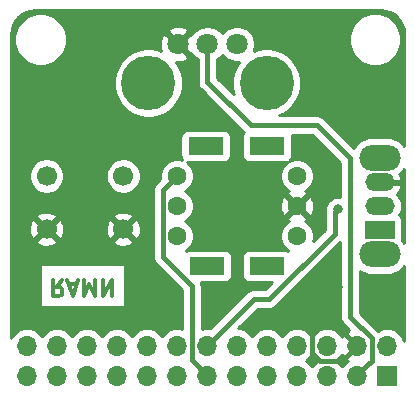
<source format=gbr>
G04 #@! TF.GenerationSoftware,KiCad,Pcbnew,(5.1.4)-1*
G04 #@! TF.CreationDate,2019-12-12T19:52:35+09:00*
G04 #@! TF.ProjectId,microcar_head,6d696372-6f63-4617-925f-686561642e6b,rev?*
G04 #@! TF.SameCoordinates,Original*
G04 #@! TF.FileFunction,Copper,L2,Bot*
G04 #@! TF.FilePolarity,Positive*
%FSLAX46Y46*%
G04 Gerber Fmt 4.6, Leading zero omitted, Abs format (unit mm)*
G04 Created by KiCad (PCBNEW (5.1.4)-1) date 2019-12-12 19:52:35*
%MOMM*%
%LPD*%
G04 APERTURE LIST*
%ADD10C,0.300000*%
%ADD11O,1.700000X1.700000*%
%ADD12R,1.700000X1.700000*%
%ADD13C,1.700000*%
%ADD14C,1.600000*%
%ADD15R,3.000000X1.500000*%
%ADD16C,4.600000*%
%ADD17C,1.800000*%
%ADD18R,2.500000X1.500000*%
%ADD19O,2.500000X1.500000*%
%ADD20O,3.500000X2.200000*%
%ADD21C,0.800000*%
%ADD22C,0.400000*%
%ADD23C,0.254000*%
G04 APERTURE END LIST*
D10*
X23954000Y-44324666D02*
X23487333Y-44991333D01*
X23154000Y-44324666D02*
X23154000Y-45724666D01*
X23687333Y-45724666D01*
X23820666Y-45658000D01*
X23887333Y-45591333D01*
X23954000Y-45458000D01*
X23954000Y-45258000D01*
X23887333Y-45124666D01*
X23820666Y-45058000D01*
X23687333Y-44991333D01*
X23154000Y-44991333D01*
X24487333Y-44724666D02*
X25154000Y-44724666D01*
X24354000Y-44324666D02*
X24820666Y-45724666D01*
X25287333Y-44324666D01*
X25754000Y-44324666D02*
X25754000Y-45724666D01*
X26220666Y-44724666D01*
X26687333Y-45724666D01*
X26687333Y-44324666D01*
X27354000Y-44324666D02*
X27354000Y-45724666D01*
X28154000Y-44324666D01*
X28154000Y-45724666D01*
D11*
X20955000Y-49911000D03*
X20955000Y-52451000D03*
X23495000Y-49911000D03*
X23495000Y-52451000D03*
X26035000Y-49911000D03*
X26035000Y-52451000D03*
X28575000Y-49911000D03*
X28575000Y-52451000D03*
X31115000Y-49911000D03*
X31115000Y-52451000D03*
X33655000Y-49911000D03*
X33655000Y-52451000D03*
X36195000Y-49911000D03*
X36195000Y-52451000D03*
X38735000Y-49911000D03*
X38735000Y-52451000D03*
X41275000Y-49911000D03*
X41275000Y-52451000D03*
X43815000Y-49911000D03*
X43815000Y-52451000D03*
X46355000Y-49911000D03*
X46355000Y-52451000D03*
X48895000Y-49911000D03*
X48895000Y-52451000D03*
X51435000Y-49911000D03*
D12*
X51435000Y-52451000D03*
D13*
X22606000Y-35560000D03*
X29106000Y-35560000D03*
X22606000Y-40060000D03*
X29106000Y-40060000D03*
D14*
X33655000Y-38100000D03*
X33655000Y-40640000D03*
X33655000Y-35560000D03*
X43815000Y-35560000D03*
X43815000Y-38100000D03*
X43815000Y-40640000D03*
D15*
X41275000Y-43180000D03*
X36195000Y-43180000D03*
X36085000Y-33020000D03*
X41275000Y-33020000D03*
D16*
X41235000Y-27684000D03*
X31235000Y-27684000D03*
D17*
X38735000Y-24384000D03*
X36235000Y-24384000D03*
X33735000Y-24384000D03*
D18*
X50800000Y-40100000D03*
D19*
X50800000Y-38100000D03*
X50800000Y-36100000D03*
D20*
X50800000Y-42200000D03*
X50800000Y-34000000D03*
D21*
X33528000Y-48006000D03*
X36322000Y-48006000D03*
X45212000Y-48006000D03*
X38735000Y-38100000D03*
X37592000Y-26670000D03*
X50546000Y-48006000D03*
X47244000Y-44958000D03*
X51562000Y-30988000D03*
X36068000Y-30988000D03*
X25908000Y-37846000D03*
X40386000Y-48006000D03*
X34798000Y-26670000D03*
X47244000Y-38354000D03*
D22*
X46990000Y-48006000D02*
X45212000Y-48006000D01*
X48895000Y-49911000D02*
X46990000Y-48006000D01*
X45212000Y-48571685D02*
X45212000Y-48006000D01*
X45065001Y-48718684D02*
X45212000Y-48571685D01*
X45065001Y-50511001D02*
X45065001Y-48718684D01*
X45754999Y-51200999D02*
X45065001Y-50511001D01*
X48895000Y-49911000D02*
X47605001Y-51200999D01*
X47605001Y-51200999D02*
X45754999Y-51200999D01*
X32855001Y-36359999D02*
X33655000Y-35560000D01*
X32454999Y-36760001D02*
X32855001Y-36359999D01*
X32454999Y-42410001D02*
X32454999Y-36760001D01*
X34905001Y-44860003D02*
X32454999Y-42410001D01*
X36195000Y-52451000D02*
X34905001Y-51161001D01*
X34905001Y-51161001D02*
X34905001Y-44860003D01*
X41451002Y-45974000D02*
X46990000Y-40435002D01*
X36195000Y-49911000D02*
X40132000Y-45974000D01*
X40132000Y-45974000D02*
X41451002Y-45974000D01*
X46990000Y-40435002D02*
X46990000Y-38608000D01*
X46990000Y-38608000D02*
X47244000Y-38354000D01*
X36235000Y-27599000D02*
X39878000Y-31242000D01*
X36235000Y-24384000D02*
X36235000Y-27599000D01*
X39878000Y-31242000D02*
X45466000Y-31242000D01*
X49744999Y-51601001D02*
X48895000Y-52451000D01*
X50145001Y-51200999D02*
X49744999Y-51601001D01*
X50145001Y-49310999D02*
X50145001Y-51200999D01*
X48294999Y-47460997D02*
X50145001Y-49310999D01*
X45466000Y-31242000D02*
X48294999Y-34070999D01*
X48294999Y-34070999D02*
X48294999Y-47460997D01*
D23*
G36*
X47699822Y-50792355D02*
G01*
X47894731Y-51008588D01*
X48123756Y-51179416D01*
X48065986Y-51210294D01*
X47839866Y-51395866D01*
X47654294Y-51621986D01*
X47625000Y-51676791D01*
X47595706Y-51621986D01*
X47410134Y-51395866D01*
X47184014Y-51210294D01*
X47129209Y-51181000D01*
X47184014Y-51151706D01*
X47410134Y-50966134D01*
X47595706Y-50740014D01*
X47630201Y-50675477D01*
X47699822Y-50792355D01*
X47699822Y-50792355D01*
G37*
X47699822Y-50792355D02*
X47894731Y-51008588D01*
X48123756Y-51179416D01*
X48065986Y-51210294D01*
X47839866Y-51395866D01*
X47654294Y-51621986D01*
X47625000Y-51676791D01*
X47595706Y-51621986D01*
X47410134Y-51395866D01*
X47184014Y-51210294D01*
X47129209Y-51181000D01*
X47184014Y-51151706D01*
X47410134Y-50966134D01*
X47595706Y-50740014D01*
X47630201Y-50675477D01*
X47699822Y-50792355D01*
G36*
X45114294Y-50740014D02*
G01*
X45299866Y-50966134D01*
X45525986Y-51151706D01*
X45580791Y-51181000D01*
X45525986Y-51210294D01*
X45299866Y-51395866D01*
X45114294Y-51621986D01*
X45085000Y-51676791D01*
X45055706Y-51621986D01*
X44870134Y-51395866D01*
X44644014Y-51210294D01*
X44589209Y-51181000D01*
X44644014Y-51151706D01*
X44870134Y-50966134D01*
X45055706Y-50740014D01*
X45085000Y-50685209D01*
X45114294Y-50740014D01*
X45114294Y-50740014D01*
G37*
X45114294Y-50740014D02*
X45299866Y-50966134D01*
X45525986Y-51151706D01*
X45580791Y-51181000D01*
X45525986Y-51210294D01*
X45299866Y-51395866D01*
X45114294Y-51621986D01*
X45085000Y-51676791D01*
X45055706Y-51621986D01*
X44870134Y-51395866D01*
X44644014Y-51210294D01*
X44589209Y-51181000D01*
X44644014Y-51151706D01*
X44870134Y-50966134D01*
X45055706Y-50740014D01*
X45085000Y-50685209D01*
X45114294Y-50740014D01*
G36*
X49022000Y-49784000D02*
G01*
X49042000Y-49784000D01*
X49042000Y-50038000D01*
X49022000Y-50038000D01*
X49022000Y-50058000D01*
X48768000Y-50058000D01*
X48768000Y-50038000D01*
X48748000Y-50038000D01*
X48748000Y-49784000D01*
X48768000Y-49784000D01*
X48768000Y-49764000D01*
X49022000Y-49764000D01*
X49022000Y-49784000D01*
X49022000Y-49784000D01*
G37*
X49022000Y-49784000D02*
X49042000Y-49784000D01*
X49042000Y-50038000D01*
X49022000Y-50038000D01*
X49022000Y-50058000D01*
X48768000Y-50058000D01*
X48768000Y-50038000D01*
X48748000Y-50038000D01*
X48748000Y-49784000D01*
X48768000Y-49784000D01*
X48768000Y-49764000D01*
X49022000Y-49764000D01*
X49022000Y-49784000D01*
G36*
X52883001Y-49568752D02*
G01*
X52813599Y-49339966D01*
X52675706Y-49081986D01*
X52490134Y-48855866D01*
X52264014Y-48670294D01*
X52006034Y-48532401D01*
X51726111Y-48447487D01*
X51507950Y-48426000D01*
X51362050Y-48426000D01*
X51143889Y-48447487D01*
X50863966Y-48532401D01*
X50657585Y-48642714D01*
X49129999Y-47115130D01*
X49129999Y-43607377D01*
X49181422Y-43649579D01*
X49482832Y-43810686D01*
X49809881Y-43909895D01*
X50064775Y-43935000D01*
X51535225Y-43935000D01*
X51790119Y-43909895D01*
X52117168Y-43810686D01*
X52418578Y-43649579D01*
X52682766Y-43432766D01*
X52883001Y-43188779D01*
X52883001Y-49568752D01*
X52883001Y-49568752D01*
G37*
X52883001Y-49568752D02*
X52813599Y-49339966D01*
X52675706Y-49081986D01*
X52490134Y-48855866D01*
X52264014Y-48670294D01*
X52006034Y-48532401D01*
X51726111Y-48447487D01*
X51507950Y-48426000D01*
X51362050Y-48426000D01*
X51143889Y-48447487D01*
X50863966Y-48532401D01*
X50657585Y-48642714D01*
X49129999Y-47115130D01*
X49129999Y-43607377D01*
X49181422Y-43649579D01*
X49482832Y-43810686D01*
X49809881Y-43909895D01*
X50064775Y-43935000D01*
X51535225Y-43935000D01*
X51790119Y-43909895D01*
X52117168Y-43810686D01*
X52418578Y-43649579D01*
X52682766Y-43432766D01*
X52883001Y-43188779D01*
X52883001Y-49568752D01*
G36*
X51306304Y-21579356D02*
G01*
X51671168Y-21689515D01*
X52007683Y-21868442D01*
X52303031Y-22109323D01*
X52545974Y-22402990D01*
X52727246Y-22738245D01*
X52839949Y-23102328D01*
X52883000Y-23511930D01*
X52883000Y-33011221D01*
X52682766Y-32767234D01*
X52418578Y-32550421D01*
X52117168Y-32389314D01*
X51790119Y-32290105D01*
X51535225Y-32265000D01*
X50064775Y-32265000D01*
X49809881Y-32290105D01*
X49482832Y-32389314D01*
X49181422Y-32550421D01*
X48917234Y-32767234D01*
X48700421Y-33031422D01*
X48608417Y-33203549D01*
X46085446Y-30680579D01*
X46059291Y-30648709D01*
X45932146Y-30544364D01*
X45787087Y-30466828D01*
X45629689Y-30419082D01*
X45507019Y-30407000D01*
X45507018Y-30407000D01*
X45466000Y-30402960D01*
X45424982Y-30407000D01*
X42330620Y-30407000D01*
X42625244Y-30284963D01*
X43105953Y-29963763D01*
X43514763Y-29554953D01*
X43835963Y-29074244D01*
X44057209Y-28540108D01*
X44170000Y-27973072D01*
X44170000Y-27394928D01*
X44057209Y-26827892D01*
X43835963Y-26293756D01*
X43514763Y-25813047D01*
X43105953Y-25404237D01*
X42625244Y-25083037D01*
X42091108Y-24861791D01*
X41524072Y-24749000D01*
X40945928Y-24749000D01*
X40378892Y-24861791D01*
X40161217Y-24951955D01*
X40211011Y-24831743D01*
X40270000Y-24535184D01*
X40270000Y-24232816D01*
X40211011Y-23936257D01*
X40147477Y-23782872D01*
X48184000Y-23782872D01*
X48184000Y-24223128D01*
X48269890Y-24654925D01*
X48438369Y-25061669D01*
X48682962Y-25427729D01*
X48994271Y-25739038D01*
X49360331Y-25983631D01*
X49767075Y-26152110D01*
X50198872Y-26238000D01*
X50639128Y-26238000D01*
X51070925Y-26152110D01*
X51477669Y-25983631D01*
X51843729Y-25739038D01*
X52155038Y-25427729D01*
X52399631Y-25061669D01*
X52568110Y-24654925D01*
X52654000Y-24223128D01*
X52654000Y-23782872D01*
X52568110Y-23351075D01*
X52399631Y-22944331D01*
X52155038Y-22578271D01*
X51843729Y-22266962D01*
X51477669Y-22022369D01*
X51070925Y-21853890D01*
X50639128Y-21768000D01*
X50198872Y-21768000D01*
X49767075Y-21853890D01*
X49360331Y-22022369D01*
X48994271Y-22266962D01*
X48682962Y-22578271D01*
X48438369Y-22944331D01*
X48269890Y-23351075D01*
X48184000Y-23782872D01*
X40147477Y-23782872D01*
X40095299Y-23656905D01*
X39927312Y-23405495D01*
X39713505Y-23191688D01*
X39462095Y-23023701D01*
X39182743Y-22907989D01*
X38886184Y-22849000D01*
X38583816Y-22849000D01*
X38287257Y-22907989D01*
X38007905Y-23023701D01*
X37756495Y-23191688D01*
X37542688Y-23405495D01*
X37485000Y-23491831D01*
X37427312Y-23405495D01*
X37213505Y-23191688D01*
X36962095Y-23023701D01*
X36682743Y-22907989D01*
X36386184Y-22849000D01*
X36083816Y-22849000D01*
X35787257Y-22907989D01*
X35507905Y-23023701D01*
X35256495Y-23191688D01*
X35042688Y-23405495D01*
X34947262Y-23548310D01*
X34799080Y-23499525D01*
X33914605Y-24384000D01*
X34799080Y-25268475D01*
X34947262Y-25219690D01*
X35042688Y-25362505D01*
X35256495Y-25576312D01*
X35400000Y-25672199D01*
X35400001Y-27557972D01*
X35395960Y-27599000D01*
X35412082Y-27762688D01*
X35459828Y-27920086D01*
X35459829Y-27920087D01*
X35537365Y-28065146D01*
X35641710Y-28192291D01*
X35673574Y-28218441D01*
X39258559Y-31803427D01*
X39284709Y-31835291D01*
X39299997Y-31847837D01*
X39244463Y-31915506D01*
X39185498Y-32025820D01*
X39149188Y-32145518D01*
X39136928Y-32270000D01*
X39136928Y-33770000D01*
X39149188Y-33894482D01*
X39185498Y-34014180D01*
X39244463Y-34124494D01*
X39323815Y-34221185D01*
X39420506Y-34300537D01*
X39530820Y-34359502D01*
X39650518Y-34395812D01*
X39775000Y-34408072D01*
X42775000Y-34408072D01*
X42899482Y-34395812D01*
X43019180Y-34359502D01*
X43066979Y-34333953D01*
X42900241Y-34445363D01*
X42700363Y-34645241D01*
X42543320Y-34880273D01*
X42435147Y-35141426D01*
X42380000Y-35418665D01*
X42380000Y-35701335D01*
X42435147Y-35978574D01*
X42543320Y-36239727D01*
X42700363Y-36474759D01*
X42900241Y-36674637D01*
X43134128Y-36830915D01*
X43073486Y-36863329D01*
X43001903Y-37107298D01*
X43815000Y-37920395D01*
X44628097Y-37107298D01*
X44556514Y-36863329D01*
X44492008Y-36832806D01*
X44494727Y-36831680D01*
X44729759Y-36674637D01*
X44929637Y-36474759D01*
X45086680Y-36239727D01*
X45194853Y-35978574D01*
X45250000Y-35701335D01*
X45250000Y-35418665D01*
X45194853Y-35141426D01*
X45086680Y-34880273D01*
X44929637Y-34645241D01*
X44729759Y-34445363D01*
X44494727Y-34288320D01*
X44233574Y-34180147D01*
X43956335Y-34125000D01*
X43673665Y-34125000D01*
X43396426Y-34180147D01*
X43153662Y-34280703D01*
X43226185Y-34221185D01*
X43305537Y-34124494D01*
X43364502Y-34014180D01*
X43400812Y-33894482D01*
X43413072Y-33770000D01*
X43413072Y-32270000D01*
X43400812Y-32145518D01*
X43380027Y-32077000D01*
X45120133Y-32077000D01*
X47459999Y-34416868D01*
X47459999Y-37341688D01*
X47345939Y-37319000D01*
X47142061Y-37319000D01*
X46942102Y-37358774D01*
X46753744Y-37436795D01*
X46584226Y-37550063D01*
X46440063Y-37694226D01*
X46326795Y-37863744D01*
X46248774Y-38052102D01*
X46209000Y-38252061D01*
X46209000Y-38306126D01*
X46167082Y-38444312D01*
X46150960Y-38608000D01*
X46155001Y-38649028D01*
X46155000Y-40089134D01*
X45197160Y-41046974D01*
X45250000Y-40781335D01*
X45250000Y-40498665D01*
X45194853Y-40221426D01*
X45086680Y-39960273D01*
X44929637Y-39725241D01*
X44729759Y-39525363D01*
X44495872Y-39369085D01*
X44556514Y-39336671D01*
X44628097Y-39092702D01*
X43815000Y-38279605D01*
X43001903Y-39092702D01*
X43073486Y-39336671D01*
X43137992Y-39367194D01*
X43135273Y-39368320D01*
X42900241Y-39525363D01*
X42700363Y-39725241D01*
X42543320Y-39960273D01*
X42435147Y-40221426D01*
X42380000Y-40498665D01*
X42380000Y-40781335D01*
X42435147Y-41058574D01*
X42543320Y-41319727D01*
X42700363Y-41554759D01*
X42900241Y-41754637D01*
X43066979Y-41866047D01*
X43019180Y-41840498D01*
X42899482Y-41804188D01*
X42775000Y-41791928D01*
X39775000Y-41791928D01*
X39650518Y-41804188D01*
X39530820Y-41840498D01*
X39420506Y-41899463D01*
X39323815Y-41978815D01*
X39244463Y-42075506D01*
X39185498Y-42185820D01*
X39149188Y-42305518D01*
X39136928Y-42430000D01*
X39136928Y-43930000D01*
X39149188Y-44054482D01*
X39185498Y-44174180D01*
X39244463Y-44284494D01*
X39323815Y-44381185D01*
X39420506Y-44460537D01*
X39530820Y-44519502D01*
X39650518Y-44555812D01*
X39775000Y-44568072D01*
X41676063Y-44568072D01*
X41105135Y-45139000D01*
X40173018Y-45139000D01*
X40132000Y-45134960D01*
X40090981Y-45139000D01*
X39968311Y-45151082D01*
X39810913Y-45198828D01*
X39665854Y-45276364D01*
X39538709Y-45380709D01*
X39512563Y-45412568D01*
X36478405Y-48446728D01*
X36267950Y-48426000D01*
X36122050Y-48426000D01*
X35903889Y-48447487D01*
X35740001Y-48497202D01*
X35740001Y-44901021D01*
X35744041Y-44860002D01*
X35727919Y-44696314D01*
X35689017Y-44568072D01*
X37695000Y-44568072D01*
X37819482Y-44555812D01*
X37939180Y-44519502D01*
X38049494Y-44460537D01*
X38146185Y-44381185D01*
X38225537Y-44284494D01*
X38284502Y-44174180D01*
X38320812Y-44054482D01*
X38333072Y-43930000D01*
X38333072Y-42430000D01*
X38320812Y-42305518D01*
X38284502Y-42185820D01*
X38225537Y-42075506D01*
X38146185Y-41978815D01*
X38049494Y-41899463D01*
X37939180Y-41840498D01*
X37819482Y-41804188D01*
X37695000Y-41791928D01*
X34695000Y-41791928D01*
X34570518Y-41804188D01*
X34450820Y-41840498D01*
X34403021Y-41866047D01*
X34569759Y-41754637D01*
X34769637Y-41554759D01*
X34926680Y-41319727D01*
X35034853Y-41058574D01*
X35090000Y-40781335D01*
X35090000Y-40498665D01*
X35034853Y-40221426D01*
X34926680Y-39960273D01*
X34769637Y-39725241D01*
X34569759Y-39525363D01*
X34337241Y-39370000D01*
X34569759Y-39214637D01*
X34769637Y-39014759D01*
X34926680Y-38779727D01*
X35034853Y-38518574D01*
X35090000Y-38241335D01*
X35090000Y-38170512D01*
X42374783Y-38170512D01*
X42416213Y-38450130D01*
X42511397Y-38716292D01*
X42578329Y-38841514D01*
X42822298Y-38913097D01*
X43635395Y-38100000D01*
X43994605Y-38100000D01*
X44807702Y-38913097D01*
X45051671Y-38841514D01*
X45172571Y-38586004D01*
X45241300Y-38311816D01*
X45255217Y-38029488D01*
X45213787Y-37749870D01*
X45118603Y-37483708D01*
X45051671Y-37358486D01*
X44807702Y-37286903D01*
X43994605Y-38100000D01*
X43635395Y-38100000D01*
X42822298Y-37286903D01*
X42578329Y-37358486D01*
X42457429Y-37613996D01*
X42388700Y-37888184D01*
X42374783Y-38170512D01*
X35090000Y-38170512D01*
X35090000Y-37958665D01*
X35034853Y-37681426D01*
X34926680Y-37420273D01*
X34769637Y-37185241D01*
X34569759Y-36985363D01*
X34337241Y-36830000D01*
X34569759Y-36674637D01*
X34769637Y-36474759D01*
X34926680Y-36239727D01*
X35034853Y-35978574D01*
X35090000Y-35701335D01*
X35090000Y-35418665D01*
X35034853Y-35141426D01*
X34926680Y-34880273D01*
X34769637Y-34645241D01*
X34569759Y-34445363D01*
X34501666Y-34399865D01*
X34585000Y-34408072D01*
X37585000Y-34408072D01*
X37709482Y-34395812D01*
X37829180Y-34359502D01*
X37939494Y-34300537D01*
X38036185Y-34221185D01*
X38115537Y-34124494D01*
X38174502Y-34014180D01*
X38210812Y-33894482D01*
X38223072Y-33770000D01*
X38223072Y-32270000D01*
X38210812Y-32145518D01*
X38174502Y-32025820D01*
X38115537Y-31915506D01*
X38036185Y-31818815D01*
X37939494Y-31739463D01*
X37829180Y-31680498D01*
X37709482Y-31644188D01*
X37585000Y-31631928D01*
X34585000Y-31631928D01*
X34460518Y-31644188D01*
X34340820Y-31680498D01*
X34230506Y-31739463D01*
X34133815Y-31818815D01*
X34054463Y-31915506D01*
X33995498Y-32025820D01*
X33959188Y-32145518D01*
X33946928Y-32270000D01*
X33946928Y-33770000D01*
X33959188Y-33894482D01*
X33995498Y-34014180D01*
X34054463Y-34124494D01*
X34113816Y-34196816D01*
X34073574Y-34180147D01*
X33796335Y-34125000D01*
X33513665Y-34125000D01*
X33236426Y-34180147D01*
X32975273Y-34288320D01*
X32740241Y-34445363D01*
X32540363Y-34645241D01*
X32383320Y-34880273D01*
X32275147Y-35141426D01*
X32220000Y-35418665D01*
X32220000Y-35701335D01*
X32238715Y-35795418D01*
X31893573Y-36140560D01*
X31861709Y-36166710D01*
X31801786Y-36239727D01*
X31757363Y-36293856D01*
X31679827Y-36438915D01*
X31632081Y-36596313D01*
X31615959Y-36760001D01*
X31620000Y-36801029D01*
X31619999Y-42368982D01*
X31615959Y-42410001D01*
X31619999Y-42451019D01*
X31632081Y-42573689D01*
X31679827Y-42731087D01*
X31757363Y-42876146D01*
X31861708Y-43003292D01*
X31893578Y-43029447D01*
X34070002Y-45205872D01*
X34070001Y-48485069D01*
X33946111Y-48447487D01*
X33727950Y-48426000D01*
X33582050Y-48426000D01*
X33363889Y-48447487D01*
X33083966Y-48532401D01*
X32825986Y-48670294D01*
X32599866Y-48855866D01*
X32414294Y-49081986D01*
X32385000Y-49136791D01*
X32355706Y-49081986D01*
X32170134Y-48855866D01*
X31944014Y-48670294D01*
X31686034Y-48532401D01*
X31406111Y-48447487D01*
X31187950Y-48426000D01*
X31042050Y-48426000D01*
X30823889Y-48447487D01*
X30543966Y-48532401D01*
X30285986Y-48670294D01*
X30059866Y-48855866D01*
X29874294Y-49081986D01*
X29845000Y-49136791D01*
X29815706Y-49081986D01*
X29630134Y-48855866D01*
X29404014Y-48670294D01*
X29146034Y-48532401D01*
X28866111Y-48447487D01*
X28647950Y-48426000D01*
X28502050Y-48426000D01*
X28283889Y-48447487D01*
X28003966Y-48532401D01*
X27745986Y-48670294D01*
X27519866Y-48855866D01*
X27334294Y-49081986D01*
X27305000Y-49136791D01*
X27275706Y-49081986D01*
X27090134Y-48855866D01*
X26864014Y-48670294D01*
X26606034Y-48532401D01*
X26326111Y-48447487D01*
X26107950Y-48426000D01*
X25962050Y-48426000D01*
X25743889Y-48447487D01*
X25463966Y-48532401D01*
X25205986Y-48670294D01*
X24979866Y-48855866D01*
X24794294Y-49081986D01*
X24765000Y-49136791D01*
X24735706Y-49081986D01*
X24550134Y-48855866D01*
X24324014Y-48670294D01*
X24066034Y-48532401D01*
X23786111Y-48447487D01*
X23567950Y-48426000D01*
X23422050Y-48426000D01*
X23203889Y-48447487D01*
X22923966Y-48532401D01*
X22665986Y-48670294D01*
X22439866Y-48855866D01*
X22254294Y-49081986D01*
X22225000Y-49136791D01*
X22195706Y-49081986D01*
X22010134Y-48855866D01*
X21784014Y-48670294D01*
X21526034Y-48532401D01*
X21246111Y-48447487D01*
X21027950Y-48426000D01*
X20882050Y-48426000D01*
X20663889Y-48447487D01*
X20383966Y-48532401D01*
X20125986Y-48670294D01*
X19899866Y-48855866D01*
X19714294Y-49081986D01*
X19634000Y-49232206D01*
X19634000Y-43006000D01*
X22035666Y-43006000D01*
X22035666Y-46676000D01*
X29272333Y-46676000D01*
X29272333Y-43006000D01*
X22035666Y-43006000D01*
X19634000Y-43006000D01*
X19634000Y-41088397D01*
X21757208Y-41088397D01*
X21834843Y-41337472D01*
X22098883Y-41463371D01*
X22382411Y-41535339D01*
X22674531Y-41550611D01*
X22964019Y-41508599D01*
X23239747Y-41410919D01*
X23377157Y-41337472D01*
X23454792Y-41088397D01*
X28257208Y-41088397D01*
X28334843Y-41337472D01*
X28598883Y-41463371D01*
X28882411Y-41535339D01*
X29174531Y-41550611D01*
X29464019Y-41508599D01*
X29739747Y-41410919D01*
X29877157Y-41337472D01*
X29954792Y-41088397D01*
X29106000Y-40239605D01*
X28257208Y-41088397D01*
X23454792Y-41088397D01*
X22606000Y-40239605D01*
X21757208Y-41088397D01*
X19634000Y-41088397D01*
X19634000Y-40128531D01*
X21115389Y-40128531D01*
X21157401Y-40418019D01*
X21255081Y-40693747D01*
X21328528Y-40831157D01*
X21577603Y-40908792D01*
X22426395Y-40060000D01*
X22785605Y-40060000D01*
X23634397Y-40908792D01*
X23883472Y-40831157D01*
X24009371Y-40567117D01*
X24081339Y-40283589D01*
X24089445Y-40128531D01*
X27615389Y-40128531D01*
X27657401Y-40418019D01*
X27755081Y-40693747D01*
X27828528Y-40831157D01*
X28077603Y-40908792D01*
X28926395Y-40060000D01*
X29285605Y-40060000D01*
X30134397Y-40908792D01*
X30383472Y-40831157D01*
X30509371Y-40567117D01*
X30581339Y-40283589D01*
X30596611Y-39991469D01*
X30554599Y-39701981D01*
X30456919Y-39426253D01*
X30383472Y-39288843D01*
X30134397Y-39211208D01*
X29285605Y-40060000D01*
X28926395Y-40060000D01*
X28077603Y-39211208D01*
X27828528Y-39288843D01*
X27702629Y-39552883D01*
X27630661Y-39836411D01*
X27615389Y-40128531D01*
X24089445Y-40128531D01*
X24096611Y-39991469D01*
X24054599Y-39701981D01*
X23956919Y-39426253D01*
X23883472Y-39288843D01*
X23634397Y-39211208D01*
X22785605Y-40060000D01*
X22426395Y-40060000D01*
X21577603Y-39211208D01*
X21328528Y-39288843D01*
X21202629Y-39552883D01*
X21130661Y-39836411D01*
X21115389Y-40128531D01*
X19634000Y-40128531D01*
X19634000Y-39031603D01*
X21757208Y-39031603D01*
X22606000Y-39880395D01*
X23454792Y-39031603D01*
X28257208Y-39031603D01*
X29106000Y-39880395D01*
X29954792Y-39031603D01*
X29877157Y-38782528D01*
X29613117Y-38656629D01*
X29329589Y-38584661D01*
X29037469Y-38569389D01*
X28747981Y-38611401D01*
X28472253Y-38709081D01*
X28334843Y-38782528D01*
X28257208Y-39031603D01*
X23454792Y-39031603D01*
X23377157Y-38782528D01*
X23113117Y-38656629D01*
X22829589Y-38584661D01*
X22537469Y-38569389D01*
X22247981Y-38611401D01*
X21972253Y-38709081D01*
X21834843Y-38782528D01*
X21757208Y-39031603D01*
X19634000Y-39031603D01*
X19634000Y-35413740D01*
X21121000Y-35413740D01*
X21121000Y-35706260D01*
X21178068Y-35993158D01*
X21290010Y-36263411D01*
X21452525Y-36506632D01*
X21659368Y-36713475D01*
X21902589Y-36875990D01*
X22172842Y-36987932D01*
X22459740Y-37045000D01*
X22752260Y-37045000D01*
X23039158Y-36987932D01*
X23309411Y-36875990D01*
X23552632Y-36713475D01*
X23759475Y-36506632D01*
X23921990Y-36263411D01*
X24033932Y-35993158D01*
X24091000Y-35706260D01*
X24091000Y-35413740D01*
X27621000Y-35413740D01*
X27621000Y-35706260D01*
X27678068Y-35993158D01*
X27790010Y-36263411D01*
X27952525Y-36506632D01*
X28159368Y-36713475D01*
X28402589Y-36875990D01*
X28672842Y-36987932D01*
X28959740Y-37045000D01*
X29252260Y-37045000D01*
X29539158Y-36987932D01*
X29809411Y-36875990D01*
X30052632Y-36713475D01*
X30259475Y-36506632D01*
X30421990Y-36263411D01*
X30533932Y-35993158D01*
X30591000Y-35706260D01*
X30591000Y-35413740D01*
X30533932Y-35126842D01*
X30421990Y-34856589D01*
X30259475Y-34613368D01*
X30052632Y-34406525D01*
X29809411Y-34244010D01*
X29539158Y-34132068D01*
X29252260Y-34075000D01*
X28959740Y-34075000D01*
X28672842Y-34132068D01*
X28402589Y-34244010D01*
X28159368Y-34406525D01*
X27952525Y-34613368D01*
X27790010Y-34856589D01*
X27678068Y-35126842D01*
X27621000Y-35413740D01*
X24091000Y-35413740D01*
X24033932Y-35126842D01*
X23921990Y-34856589D01*
X23759475Y-34613368D01*
X23552632Y-34406525D01*
X23309411Y-34244010D01*
X23039158Y-34132068D01*
X22752260Y-34075000D01*
X22459740Y-34075000D01*
X22172842Y-34132068D01*
X21902589Y-34244010D01*
X21659368Y-34406525D01*
X21452525Y-34613368D01*
X21290010Y-34856589D01*
X21178068Y-35126842D01*
X21121000Y-35413740D01*
X19634000Y-35413740D01*
X19634000Y-27394928D01*
X28300000Y-27394928D01*
X28300000Y-27973072D01*
X28412791Y-28540108D01*
X28634037Y-29074244D01*
X28955237Y-29554953D01*
X29364047Y-29963763D01*
X29844756Y-30284963D01*
X30378892Y-30506209D01*
X30945928Y-30619000D01*
X31524072Y-30619000D01*
X32091108Y-30506209D01*
X32625244Y-30284963D01*
X33105953Y-29963763D01*
X33514763Y-29554953D01*
X33835963Y-29074244D01*
X34057209Y-28540108D01*
X34170000Y-27973072D01*
X34170000Y-27394928D01*
X34057209Y-26827892D01*
X33835963Y-26293756D01*
X33581463Y-25912871D01*
X33801553Y-25924991D01*
X34100907Y-25882397D01*
X34386199Y-25782222D01*
X34535792Y-25702261D01*
X34619475Y-25448080D01*
X33735000Y-24563605D01*
X33720858Y-24577748D01*
X33541253Y-24398143D01*
X33555395Y-24384000D01*
X32670920Y-23499525D01*
X32416739Y-23583208D01*
X32285842Y-23855775D01*
X32210635Y-24148642D01*
X32194009Y-24450553D01*
X32236603Y-24749907D01*
X32307338Y-24951356D01*
X32091108Y-24861791D01*
X31524072Y-24749000D01*
X30945928Y-24749000D01*
X30378892Y-24861791D01*
X29844756Y-25083037D01*
X29364047Y-25404237D01*
X28955237Y-25813047D01*
X28634037Y-26293756D01*
X28412791Y-26827892D01*
X28300000Y-27394928D01*
X19634000Y-27394928D01*
X19634000Y-23782872D01*
X19863000Y-23782872D01*
X19863000Y-24223128D01*
X19948890Y-24654925D01*
X20117369Y-25061669D01*
X20361962Y-25427729D01*
X20673271Y-25739038D01*
X21039331Y-25983631D01*
X21446075Y-26152110D01*
X21877872Y-26238000D01*
X22318128Y-26238000D01*
X22749925Y-26152110D01*
X23156669Y-25983631D01*
X23522729Y-25739038D01*
X23834038Y-25427729D01*
X24078631Y-25061669D01*
X24247110Y-24654925D01*
X24333000Y-24223128D01*
X24333000Y-23782872D01*
X24247110Y-23351075D01*
X24234206Y-23319920D01*
X32850525Y-23319920D01*
X33735000Y-24204395D01*
X34619475Y-23319920D01*
X34535792Y-23065739D01*
X34263225Y-22934842D01*
X33970358Y-22859635D01*
X33668447Y-22843009D01*
X33369093Y-22885603D01*
X33083801Y-22985778D01*
X32934208Y-23065739D01*
X32850525Y-23319920D01*
X24234206Y-23319920D01*
X24078631Y-22944331D01*
X23834038Y-22578271D01*
X23522729Y-22266962D01*
X23156669Y-22022369D01*
X22749925Y-21853890D01*
X22318128Y-21768000D01*
X21877872Y-21768000D01*
X21446075Y-21853890D01*
X21039331Y-22022369D01*
X20673271Y-22266962D01*
X20361962Y-22578271D01*
X20117369Y-22944331D01*
X19948890Y-23351075D01*
X19863000Y-23782872D01*
X19634000Y-23782872D01*
X19634000Y-23527278D01*
X19674356Y-23115696D01*
X19784515Y-22750832D01*
X19963442Y-22414317D01*
X20204323Y-22118969D01*
X20497990Y-21876026D01*
X20833245Y-21694754D01*
X21197328Y-21582051D01*
X21606930Y-21539000D01*
X50894722Y-21539000D01*
X51306304Y-21579356D01*
X51306304Y-21579356D01*
G37*
X51306304Y-21579356D02*
X51671168Y-21689515D01*
X52007683Y-21868442D01*
X52303031Y-22109323D01*
X52545974Y-22402990D01*
X52727246Y-22738245D01*
X52839949Y-23102328D01*
X52883000Y-23511930D01*
X52883000Y-33011221D01*
X52682766Y-32767234D01*
X52418578Y-32550421D01*
X52117168Y-32389314D01*
X51790119Y-32290105D01*
X51535225Y-32265000D01*
X50064775Y-32265000D01*
X49809881Y-32290105D01*
X49482832Y-32389314D01*
X49181422Y-32550421D01*
X48917234Y-32767234D01*
X48700421Y-33031422D01*
X48608417Y-33203549D01*
X46085446Y-30680579D01*
X46059291Y-30648709D01*
X45932146Y-30544364D01*
X45787087Y-30466828D01*
X45629689Y-30419082D01*
X45507019Y-30407000D01*
X45507018Y-30407000D01*
X45466000Y-30402960D01*
X45424982Y-30407000D01*
X42330620Y-30407000D01*
X42625244Y-30284963D01*
X43105953Y-29963763D01*
X43514763Y-29554953D01*
X43835963Y-29074244D01*
X44057209Y-28540108D01*
X44170000Y-27973072D01*
X44170000Y-27394928D01*
X44057209Y-26827892D01*
X43835963Y-26293756D01*
X43514763Y-25813047D01*
X43105953Y-25404237D01*
X42625244Y-25083037D01*
X42091108Y-24861791D01*
X41524072Y-24749000D01*
X40945928Y-24749000D01*
X40378892Y-24861791D01*
X40161217Y-24951955D01*
X40211011Y-24831743D01*
X40270000Y-24535184D01*
X40270000Y-24232816D01*
X40211011Y-23936257D01*
X40147477Y-23782872D01*
X48184000Y-23782872D01*
X48184000Y-24223128D01*
X48269890Y-24654925D01*
X48438369Y-25061669D01*
X48682962Y-25427729D01*
X48994271Y-25739038D01*
X49360331Y-25983631D01*
X49767075Y-26152110D01*
X50198872Y-26238000D01*
X50639128Y-26238000D01*
X51070925Y-26152110D01*
X51477669Y-25983631D01*
X51843729Y-25739038D01*
X52155038Y-25427729D01*
X52399631Y-25061669D01*
X52568110Y-24654925D01*
X52654000Y-24223128D01*
X52654000Y-23782872D01*
X52568110Y-23351075D01*
X52399631Y-22944331D01*
X52155038Y-22578271D01*
X51843729Y-22266962D01*
X51477669Y-22022369D01*
X51070925Y-21853890D01*
X50639128Y-21768000D01*
X50198872Y-21768000D01*
X49767075Y-21853890D01*
X49360331Y-22022369D01*
X48994271Y-22266962D01*
X48682962Y-22578271D01*
X48438369Y-22944331D01*
X48269890Y-23351075D01*
X48184000Y-23782872D01*
X40147477Y-23782872D01*
X40095299Y-23656905D01*
X39927312Y-23405495D01*
X39713505Y-23191688D01*
X39462095Y-23023701D01*
X39182743Y-22907989D01*
X38886184Y-22849000D01*
X38583816Y-22849000D01*
X38287257Y-22907989D01*
X38007905Y-23023701D01*
X37756495Y-23191688D01*
X37542688Y-23405495D01*
X37485000Y-23491831D01*
X37427312Y-23405495D01*
X37213505Y-23191688D01*
X36962095Y-23023701D01*
X36682743Y-22907989D01*
X36386184Y-22849000D01*
X36083816Y-22849000D01*
X35787257Y-22907989D01*
X35507905Y-23023701D01*
X35256495Y-23191688D01*
X35042688Y-23405495D01*
X34947262Y-23548310D01*
X34799080Y-23499525D01*
X33914605Y-24384000D01*
X34799080Y-25268475D01*
X34947262Y-25219690D01*
X35042688Y-25362505D01*
X35256495Y-25576312D01*
X35400000Y-25672199D01*
X35400001Y-27557972D01*
X35395960Y-27599000D01*
X35412082Y-27762688D01*
X35459828Y-27920086D01*
X35459829Y-27920087D01*
X35537365Y-28065146D01*
X35641710Y-28192291D01*
X35673574Y-28218441D01*
X39258559Y-31803427D01*
X39284709Y-31835291D01*
X39299997Y-31847837D01*
X39244463Y-31915506D01*
X39185498Y-32025820D01*
X39149188Y-32145518D01*
X39136928Y-32270000D01*
X39136928Y-33770000D01*
X39149188Y-33894482D01*
X39185498Y-34014180D01*
X39244463Y-34124494D01*
X39323815Y-34221185D01*
X39420506Y-34300537D01*
X39530820Y-34359502D01*
X39650518Y-34395812D01*
X39775000Y-34408072D01*
X42775000Y-34408072D01*
X42899482Y-34395812D01*
X43019180Y-34359502D01*
X43066979Y-34333953D01*
X42900241Y-34445363D01*
X42700363Y-34645241D01*
X42543320Y-34880273D01*
X42435147Y-35141426D01*
X42380000Y-35418665D01*
X42380000Y-35701335D01*
X42435147Y-35978574D01*
X42543320Y-36239727D01*
X42700363Y-36474759D01*
X42900241Y-36674637D01*
X43134128Y-36830915D01*
X43073486Y-36863329D01*
X43001903Y-37107298D01*
X43815000Y-37920395D01*
X44628097Y-37107298D01*
X44556514Y-36863329D01*
X44492008Y-36832806D01*
X44494727Y-36831680D01*
X44729759Y-36674637D01*
X44929637Y-36474759D01*
X45086680Y-36239727D01*
X45194853Y-35978574D01*
X45250000Y-35701335D01*
X45250000Y-35418665D01*
X45194853Y-35141426D01*
X45086680Y-34880273D01*
X44929637Y-34645241D01*
X44729759Y-34445363D01*
X44494727Y-34288320D01*
X44233574Y-34180147D01*
X43956335Y-34125000D01*
X43673665Y-34125000D01*
X43396426Y-34180147D01*
X43153662Y-34280703D01*
X43226185Y-34221185D01*
X43305537Y-34124494D01*
X43364502Y-34014180D01*
X43400812Y-33894482D01*
X43413072Y-33770000D01*
X43413072Y-32270000D01*
X43400812Y-32145518D01*
X43380027Y-32077000D01*
X45120133Y-32077000D01*
X47459999Y-34416868D01*
X47459999Y-37341688D01*
X47345939Y-37319000D01*
X47142061Y-37319000D01*
X46942102Y-37358774D01*
X46753744Y-37436795D01*
X46584226Y-37550063D01*
X46440063Y-37694226D01*
X46326795Y-37863744D01*
X46248774Y-38052102D01*
X46209000Y-38252061D01*
X46209000Y-38306126D01*
X46167082Y-38444312D01*
X46150960Y-38608000D01*
X46155001Y-38649028D01*
X46155000Y-40089134D01*
X45197160Y-41046974D01*
X45250000Y-40781335D01*
X45250000Y-40498665D01*
X45194853Y-40221426D01*
X45086680Y-39960273D01*
X44929637Y-39725241D01*
X44729759Y-39525363D01*
X44495872Y-39369085D01*
X44556514Y-39336671D01*
X44628097Y-39092702D01*
X43815000Y-38279605D01*
X43001903Y-39092702D01*
X43073486Y-39336671D01*
X43137992Y-39367194D01*
X43135273Y-39368320D01*
X42900241Y-39525363D01*
X42700363Y-39725241D01*
X42543320Y-39960273D01*
X42435147Y-40221426D01*
X42380000Y-40498665D01*
X42380000Y-40781335D01*
X42435147Y-41058574D01*
X42543320Y-41319727D01*
X42700363Y-41554759D01*
X42900241Y-41754637D01*
X43066979Y-41866047D01*
X43019180Y-41840498D01*
X42899482Y-41804188D01*
X42775000Y-41791928D01*
X39775000Y-41791928D01*
X39650518Y-41804188D01*
X39530820Y-41840498D01*
X39420506Y-41899463D01*
X39323815Y-41978815D01*
X39244463Y-42075506D01*
X39185498Y-42185820D01*
X39149188Y-42305518D01*
X39136928Y-42430000D01*
X39136928Y-43930000D01*
X39149188Y-44054482D01*
X39185498Y-44174180D01*
X39244463Y-44284494D01*
X39323815Y-44381185D01*
X39420506Y-44460537D01*
X39530820Y-44519502D01*
X39650518Y-44555812D01*
X39775000Y-44568072D01*
X41676063Y-44568072D01*
X41105135Y-45139000D01*
X40173018Y-45139000D01*
X40132000Y-45134960D01*
X40090981Y-45139000D01*
X39968311Y-45151082D01*
X39810913Y-45198828D01*
X39665854Y-45276364D01*
X39538709Y-45380709D01*
X39512563Y-45412568D01*
X36478405Y-48446728D01*
X36267950Y-48426000D01*
X36122050Y-48426000D01*
X35903889Y-48447487D01*
X35740001Y-48497202D01*
X35740001Y-44901021D01*
X35744041Y-44860002D01*
X35727919Y-44696314D01*
X35689017Y-44568072D01*
X37695000Y-44568072D01*
X37819482Y-44555812D01*
X37939180Y-44519502D01*
X38049494Y-44460537D01*
X38146185Y-44381185D01*
X38225537Y-44284494D01*
X38284502Y-44174180D01*
X38320812Y-44054482D01*
X38333072Y-43930000D01*
X38333072Y-42430000D01*
X38320812Y-42305518D01*
X38284502Y-42185820D01*
X38225537Y-42075506D01*
X38146185Y-41978815D01*
X38049494Y-41899463D01*
X37939180Y-41840498D01*
X37819482Y-41804188D01*
X37695000Y-41791928D01*
X34695000Y-41791928D01*
X34570518Y-41804188D01*
X34450820Y-41840498D01*
X34403021Y-41866047D01*
X34569759Y-41754637D01*
X34769637Y-41554759D01*
X34926680Y-41319727D01*
X35034853Y-41058574D01*
X35090000Y-40781335D01*
X35090000Y-40498665D01*
X35034853Y-40221426D01*
X34926680Y-39960273D01*
X34769637Y-39725241D01*
X34569759Y-39525363D01*
X34337241Y-39370000D01*
X34569759Y-39214637D01*
X34769637Y-39014759D01*
X34926680Y-38779727D01*
X35034853Y-38518574D01*
X35090000Y-38241335D01*
X35090000Y-38170512D01*
X42374783Y-38170512D01*
X42416213Y-38450130D01*
X42511397Y-38716292D01*
X42578329Y-38841514D01*
X42822298Y-38913097D01*
X43635395Y-38100000D01*
X43994605Y-38100000D01*
X44807702Y-38913097D01*
X45051671Y-38841514D01*
X45172571Y-38586004D01*
X45241300Y-38311816D01*
X45255217Y-38029488D01*
X45213787Y-37749870D01*
X45118603Y-37483708D01*
X45051671Y-37358486D01*
X44807702Y-37286903D01*
X43994605Y-38100000D01*
X43635395Y-38100000D01*
X42822298Y-37286903D01*
X42578329Y-37358486D01*
X42457429Y-37613996D01*
X42388700Y-37888184D01*
X42374783Y-38170512D01*
X35090000Y-38170512D01*
X35090000Y-37958665D01*
X35034853Y-37681426D01*
X34926680Y-37420273D01*
X34769637Y-37185241D01*
X34569759Y-36985363D01*
X34337241Y-36830000D01*
X34569759Y-36674637D01*
X34769637Y-36474759D01*
X34926680Y-36239727D01*
X35034853Y-35978574D01*
X35090000Y-35701335D01*
X35090000Y-35418665D01*
X35034853Y-35141426D01*
X34926680Y-34880273D01*
X34769637Y-34645241D01*
X34569759Y-34445363D01*
X34501666Y-34399865D01*
X34585000Y-34408072D01*
X37585000Y-34408072D01*
X37709482Y-34395812D01*
X37829180Y-34359502D01*
X37939494Y-34300537D01*
X38036185Y-34221185D01*
X38115537Y-34124494D01*
X38174502Y-34014180D01*
X38210812Y-33894482D01*
X38223072Y-33770000D01*
X38223072Y-32270000D01*
X38210812Y-32145518D01*
X38174502Y-32025820D01*
X38115537Y-31915506D01*
X38036185Y-31818815D01*
X37939494Y-31739463D01*
X37829180Y-31680498D01*
X37709482Y-31644188D01*
X37585000Y-31631928D01*
X34585000Y-31631928D01*
X34460518Y-31644188D01*
X34340820Y-31680498D01*
X34230506Y-31739463D01*
X34133815Y-31818815D01*
X34054463Y-31915506D01*
X33995498Y-32025820D01*
X33959188Y-32145518D01*
X33946928Y-32270000D01*
X33946928Y-33770000D01*
X33959188Y-33894482D01*
X33995498Y-34014180D01*
X34054463Y-34124494D01*
X34113816Y-34196816D01*
X34073574Y-34180147D01*
X33796335Y-34125000D01*
X33513665Y-34125000D01*
X33236426Y-34180147D01*
X32975273Y-34288320D01*
X32740241Y-34445363D01*
X32540363Y-34645241D01*
X32383320Y-34880273D01*
X32275147Y-35141426D01*
X32220000Y-35418665D01*
X32220000Y-35701335D01*
X32238715Y-35795418D01*
X31893573Y-36140560D01*
X31861709Y-36166710D01*
X31801786Y-36239727D01*
X31757363Y-36293856D01*
X31679827Y-36438915D01*
X31632081Y-36596313D01*
X31615959Y-36760001D01*
X31620000Y-36801029D01*
X31619999Y-42368982D01*
X31615959Y-42410001D01*
X31619999Y-42451019D01*
X31632081Y-42573689D01*
X31679827Y-42731087D01*
X31757363Y-42876146D01*
X31861708Y-43003292D01*
X31893578Y-43029447D01*
X34070002Y-45205872D01*
X34070001Y-48485069D01*
X33946111Y-48447487D01*
X33727950Y-48426000D01*
X33582050Y-48426000D01*
X33363889Y-48447487D01*
X33083966Y-48532401D01*
X32825986Y-48670294D01*
X32599866Y-48855866D01*
X32414294Y-49081986D01*
X32385000Y-49136791D01*
X32355706Y-49081986D01*
X32170134Y-48855866D01*
X31944014Y-48670294D01*
X31686034Y-48532401D01*
X31406111Y-48447487D01*
X31187950Y-48426000D01*
X31042050Y-48426000D01*
X30823889Y-48447487D01*
X30543966Y-48532401D01*
X30285986Y-48670294D01*
X30059866Y-48855866D01*
X29874294Y-49081986D01*
X29845000Y-49136791D01*
X29815706Y-49081986D01*
X29630134Y-48855866D01*
X29404014Y-48670294D01*
X29146034Y-48532401D01*
X28866111Y-48447487D01*
X28647950Y-48426000D01*
X28502050Y-48426000D01*
X28283889Y-48447487D01*
X28003966Y-48532401D01*
X27745986Y-48670294D01*
X27519866Y-48855866D01*
X27334294Y-49081986D01*
X27305000Y-49136791D01*
X27275706Y-49081986D01*
X27090134Y-48855866D01*
X26864014Y-48670294D01*
X26606034Y-48532401D01*
X26326111Y-48447487D01*
X26107950Y-48426000D01*
X25962050Y-48426000D01*
X25743889Y-48447487D01*
X25463966Y-48532401D01*
X25205986Y-48670294D01*
X24979866Y-48855866D01*
X24794294Y-49081986D01*
X24765000Y-49136791D01*
X24735706Y-49081986D01*
X24550134Y-48855866D01*
X24324014Y-48670294D01*
X24066034Y-48532401D01*
X23786111Y-48447487D01*
X23567950Y-48426000D01*
X23422050Y-48426000D01*
X23203889Y-48447487D01*
X22923966Y-48532401D01*
X22665986Y-48670294D01*
X22439866Y-48855866D01*
X22254294Y-49081986D01*
X22225000Y-49136791D01*
X22195706Y-49081986D01*
X22010134Y-48855866D01*
X21784014Y-48670294D01*
X21526034Y-48532401D01*
X21246111Y-48447487D01*
X21027950Y-48426000D01*
X20882050Y-48426000D01*
X20663889Y-48447487D01*
X20383966Y-48532401D01*
X20125986Y-48670294D01*
X19899866Y-48855866D01*
X19714294Y-49081986D01*
X19634000Y-49232206D01*
X19634000Y-43006000D01*
X22035666Y-43006000D01*
X22035666Y-46676000D01*
X29272333Y-46676000D01*
X29272333Y-43006000D01*
X22035666Y-43006000D01*
X19634000Y-43006000D01*
X19634000Y-41088397D01*
X21757208Y-41088397D01*
X21834843Y-41337472D01*
X22098883Y-41463371D01*
X22382411Y-41535339D01*
X22674531Y-41550611D01*
X22964019Y-41508599D01*
X23239747Y-41410919D01*
X23377157Y-41337472D01*
X23454792Y-41088397D01*
X28257208Y-41088397D01*
X28334843Y-41337472D01*
X28598883Y-41463371D01*
X28882411Y-41535339D01*
X29174531Y-41550611D01*
X29464019Y-41508599D01*
X29739747Y-41410919D01*
X29877157Y-41337472D01*
X29954792Y-41088397D01*
X29106000Y-40239605D01*
X28257208Y-41088397D01*
X23454792Y-41088397D01*
X22606000Y-40239605D01*
X21757208Y-41088397D01*
X19634000Y-41088397D01*
X19634000Y-40128531D01*
X21115389Y-40128531D01*
X21157401Y-40418019D01*
X21255081Y-40693747D01*
X21328528Y-40831157D01*
X21577603Y-40908792D01*
X22426395Y-40060000D01*
X22785605Y-40060000D01*
X23634397Y-40908792D01*
X23883472Y-40831157D01*
X24009371Y-40567117D01*
X24081339Y-40283589D01*
X24089445Y-40128531D01*
X27615389Y-40128531D01*
X27657401Y-40418019D01*
X27755081Y-40693747D01*
X27828528Y-40831157D01*
X28077603Y-40908792D01*
X28926395Y-40060000D01*
X29285605Y-40060000D01*
X30134397Y-40908792D01*
X30383472Y-40831157D01*
X30509371Y-40567117D01*
X30581339Y-40283589D01*
X30596611Y-39991469D01*
X30554599Y-39701981D01*
X30456919Y-39426253D01*
X30383472Y-39288843D01*
X30134397Y-39211208D01*
X29285605Y-40060000D01*
X28926395Y-40060000D01*
X28077603Y-39211208D01*
X27828528Y-39288843D01*
X27702629Y-39552883D01*
X27630661Y-39836411D01*
X27615389Y-40128531D01*
X24089445Y-40128531D01*
X24096611Y-39991469D01*
X24054599Y-39701981D01*
X23956919Y-39426253D01*
X23883472Y-39288843D01*
X23634397Y-39211208D01*
X22785605Y-40060000D01*
X22426395Y-40060000D01*
X21577603Y-39211208D01*
X21328528Y-39288843D01*
X21202629Y-39552883D01*
X21130661Y-39836411D01*
X21115389Y-40128531D01*
X19634000Y-40128531D01*
X19634000Y-39031603D01*
X21757208Y-39031603D01*
X22606000Y-39880395D01*
X23454792Y-39031603D01*
X28257208Y-39031603D01*
X29106000Y-39880395D01*
X29954792Y-39031603D01*
X29877157Y-38782528D01*
X29613117Y-38656629D01*
X29329589Y-38584661D01*
X29037469Y-38569389D01*
X28747981Y-38611401D01*
X28472253Y-38709081D01*
X28334843Y-38782528D01*
X28257208Y-39031603D01*
X23454792Y-39031603D01*
X23377157Y-38782528D01*
X23113117Y-38656629D01*
X22829589Y-38584661D01*
X22537469Y-38569389D01*
X22247981Y-38611401D01*
X21972253Y-38709081D01*
X21834843Y-38782528D01*
X21757208Y-39031603D01*
X19634000Y-39031603D01*
X19634000Y-35413740D01*
X21121000Y-35413740D01*
X21121000Y-35706260D01*
X21178068Y-35993158D01*
X21290010Y-36263411D01*
X21452525Y-36506632D01*
X21659368Y-36713475D01*
X21902589Y-36875990D01*
X22172842Y-36987932D01*
X22459740Y-37045000D01*
X22752260Y-37045000D01*
X23039158Y-36987932D01*
X23309411Y-36875990D01*
X23552632Y-36713475D01*
X23759475Y-36506632D01*
X23921990Y-36263411D01*
X24033932Y-35993158D01*
X24091000Y-35706260D01*
X24091000Y-35413740D01*
X27621000Y-35413740D01*
X27621000Y-35706260D01*
X27678068Y-35993158D01*
X27790010Y-36263411D01*
X27952525Y-36506632D01*
X28159368Y-36713475D01*
X28402589Y-36875990D01*
X28672842Y-36987932D01*
X28959740Y-37045000D01*
X29252260Y-37045000D01*
X29539158Y-36987932D01*
X29809411Y-36875990D01*
X30052632Y-36713475D01*
X30259475Y-36506632D01*
X30421990Y-36263411D01*
X30533932Y-35993158D01*
X30591000Y-35706260D01*
X30591000Y-35413740D01*
X30533932Y-35126842D01*
X30421990Y-34856589D01*
X30259475Y-34613368D01*
X30052632Y-34406525D01*
X29809411Y-34244010D01*
X29539158Y-34132068D01*
X29252260Y-34075000D01*
X28959740Y-34075000D01*
X28672842Y-34132068D01*
X28402589Y-34244010D01*
X28159368Y-34406525D01*
X27952525Y-34613368D01*
X27790010Y-34856589D01*
X27678068Y-35126842D01*
X27621000Y-35413740D01*
X24091000Y-35413740D01*
X24033932Y-35126842D01*
X23921990Y-34856589D01*
X23759475Y-34613368D01*
X23552632Y-34406525D01*
X23309411Y-34244010D01*
X23039158Y-34132068D01*
X22752260Y-34075000D01*
X22459740Y-34075000D01*
X22172842Y-34132068D01*
X21902589Y-34244010D01*
X21659368Y-34406525D01*
X21452525Y-34613368D01*
X21290010Y-34856589D01*
X21178068Y-35126842D01*
X21121000Y-35413740D01*
X19634000Y-35413740D01*
X19634000Y-27394928D01*
X28300000Y-27394928D01*
X28300000Y-27973072D01*
X28412791Y-28540108D01*
X28634037Y-29074244D01*
X28955237Y-29554953D01*
X29364047Y-29963763D01*
X29844756Y-30284963D01*
X30378892Y-30506209D01*
X30945928Y-30619000D01*
X31524072Y-30619000D01*
X32091108Y-30506209D01*
X32625244Y-30284963D01*
X33105953Y-29963763D01*
X33514763Y-29554953D01*
X33835963Y-29074244D01*
X34057209Y-28540108D01*
X34170000Y-27973072D01*
X34170000Y-27394928D01*
X34057209Y-26827892D01*
X33835963Y-26293756D01*
X33581463Y-25912871D01*
X33801553Y-25924991D01*
X34100907Y-25882397D01*
X34386199Y-25782222D01*
X34535792Y-25702261D01*
X34619475Y-25448080D01*
X33735000Y-24563605D01*
X33720858Y-24577748D01*
X33541253Y-24398143D01*
X33555395Y-24384000D01*
X32670920Y-23499525D01*
X32416739Y-23583208D01*
X32285842Y-23855775D01*
X32210635Y-24148642D01*
X32194009Y-24450553D01*
X32236603Y-24749907D01*
X32307338Y-24951356D01*
X32091108Y-24861791D01*
X31524072Y-24749000D01*
X30945928Y-24749000D01*
X30378892Y-24861791D01*
X29844756Y-25083037D01*
X29364047Y-25404237D01*
X28955237Y-25813047D01*
X28634037Y-26293756D01*
X28412791Y-26827892D01*
X28300000Y-27394928D01*
X19634000Y-27394928D01*
X19634000Y-23782872D01*
X19863000Y-23782872D01*
X19863000Y-24223128D01*
X19948890Y-24654925D01*
X20117369Y-25061669D01*
X20361962Y-25427729D01*
X20673271Y-25739038D01*
X21039331Y-25983631D01*
X21446075Y-26152110D01*
X21877872Y-26238000D01*
X22318128Y-26238000D01*
X22749925Y-26152110D01*
X23156669Y-25983631D01*
X23522729Y-25739038D01*
X23834038Y-25427729D01*
X24078631Y-25061669D01*
X24247110Y-24654925D01*
X24333000Y-24223128D01*
X24333000Y-23782872D01*
X24247110Y-23351075D01*
X24234206Y-23319920D01*
X32850525Y-23319920D01*
X33735000Y-24204395D01*
X34619475Y-23319920D01*
X34535792Y-23065739D01*
X34263225Y-22934842D01*
X33970358Y-22859635D01*
X33668447Y-22843009D01*
X33369093Y-22885603D01*
X33083801Y-22985778D01*
X32934208Y-23065739D01*
X32850525Y-23319920D01*
X24234206Y-23319920D01*
X24078631Y-22944331D01*
X23834038Y-22578271D01*
X23522729Y-22266962D01*
X23156669Y-22022369D01*
X22749925Y-21853890D01*
X22318128Y-21768000D01*
X21877872Y-21768000D01*
X21446075Y-21853890D01*
X21039331Y-22022369D01*
X20673271Y-22266962D01*
X20361962Y-22578271D01*
X20117369Y-22944331D01*
X19948890Y-23351075D01*
X19863000Y-23782872D01*
X19634000Y-23782872D01*
X19634000Y-23527278D01*
X19674356Y-23115696D01*
X19784515Y-22750832D01*
X19963442Y-22414317D01*
X20204323Y-22118969D01*
X20497990Y-21876026D01*
X20833245Y-21694754D01*
X21197328Y-21582051D01*
X21606930Y-21539000D01*
X50894722Y-21539000D01*
X51306304Y-21579356D01*
G36*
X47460000Y-47419968D02*
G01*
X47455959Y-47460997D01*
X47472081Y-47624685D01*
X47519827Y-47782083D01*
X47519828Y-47782084D01*
X47597364Y-47927143D01*
X47701709Y-48054288D01*
X47733573Y-48080438D01*
X48239448Y-48586313D01*
X48128080Y-48639359D01*
X47894731Y-48813412D01*
X47699822Y-49029645D01*
X47630201Y-49146523D01*
X47595706Y-49081986D01*
X47410134Y-48855866D01*
X47184014Y-48670294D01*
X46926034Y-48532401D01*
X46646111Y-48447487D01*
X46427950Y-48426000D01*
X46282050Y-48426000D01*
X46063889Y-48447487D01*
X45783966Y-48532401D01*
X45525986Y-48670294D01*
X45299866Y-48855866D01*
X45114294Y-49081986D01*
X45085000Y-49136791D01*
X45055706Y-49081986D01*
X44870134Y-48855866D01*
X44644014Y-48670294D01*
X44386034Y-48532401D01*
X44106111Y-48447487D01*
X43887950Y-48426000D01*
X43742050Y-48426000D01*
X43523889Y-48447487D01*
X43243966Y-48532401D01*
X42985986Y-48670294D01*
X42759866Y-48855866D01*
X42574294Y-49081986D01*
X42545000Y-49136791D01*
X42515706Y-49081986D01*
X42330134Y-48855866D01*
X42104014Y-48670294D01*
X41846034Y-48532401D01*
X41566111Y-48447487D01*
X41347950Y-48426000D01*
X41202050Y-48426000D01*
X40983889Y-48447487D01*
X40703966Y-48532401D01*
X40445986Y-48670294D01*
X40219866Y-48855866D01*
X40034294Y-49081986D01*
X40005000Y-49136791D01*
X39975706Y-49081986D01*
X39790134Y-48855866D01*
X39564014Y-48670294D01*
X39306034Y-48532401D01*
X39026111Y-48447487D01*
X38856123Y-48430745D01*
X40477869Y-46809000D01*
X41409984Y-46809000D01*
X41451002Y-46813040D01*
X41492020Y-46809000D01*
X41492021Y-46809000D01*
X41614691Y-46796918D01*
X41772089Y-46749172D01*
X41917148Y-46671636D01*
X42044293Y-46567291D01*
X42070448Y-46535421D01*
X47460000Y-41145870D01*
X47460000Y-47419968D01*
X47460000Y-47419968D01*
G37*
X47460000Y-47419968D02*
X47455959Y-47460997D01*
X47472081Y-47624685D01*
X47519827Y-47782083D01*
X47519828Y-47782084D01*
X47597364Y-47927143D01*
X47701709Y-48054288D01*
X47733573Y-48080438D01*
X48239448Y-48586313D01*
X48128080Y-48639359D01*
X47894731Y-48813412D01*
X47699822Y-49029645D01*
X47630201Y-49146523D01*
X47595706Y-49081986D01*
X47410134Y-48855866D01*
X47184014Y-48670294D01*
X46926034Y-48532401D01*
X46646111Y-48447487D01*
X46427950Y-48426000D01*
X46282050Y-48426000D01*
X46063889Y-48447487D01*
X45783966Y-48532401D01*
X45525986Y-48670294D01*
X45299866Y-48855866D01*
X45114294Y-49081986D01*
X45085000Y-49136791D01*
X45055706Y-49081986D01*
X44870134Y-48855866D01*
X44644014Y-48670294D01*
X44386034Y-48532401D01*
X44106111Y-48447487D01*
X43887950Y-48426000D01*
X43742050Y-48426000D01*
X43523889Y-48447487D01*
X43243966Y-48532401D01*
X42985986Y-48670294D01*
X42759866Y-48855866D01*
X42574294Y-49081986D01*
X42545000Y-49136791D01*
X42515706Y-49081986D01*
X42330134Y-48855866D01*
X42104014Y-48670294D01*
X41846034Y-48532401D01*
X41566111Y-48447487D01*
X41347950Y-48426000D01*
X41202050Y-48426000D01*
X40983889Y-48447487D01*
X40703966Y-48532401D01*
X40445986Y-48670294D01*
X40219866Y-48855866D01*
X40034294Y-49081986D01*
X40005000Y-49136791D01*
X39975706Y-49081986D01*
X39790134Y-48855866D01*
X39564014Y-48670294D01*
X39306034Y-48532401D01*
X39026111Y-48447487D01*
X38856123Y-48430745D01*
X40477869Y-46809000D01*
X41409984Y-46809000D01*
X41451002Y-46813040D01*
X41492020Y-46809000D01*
X41492021Y-46809000D01*
X41614691Y-46796918D01*
X41772089Y-46749172D01*
X41917148Y-46671636D01*
X42044293Y-46567291D01*
X42070448Y-46535421D01*
X47460000Y-41145870D01*
X47460000Y-47419968D01*
G36*
X52883001Y-41211221D02*
G01*
X52682766Y-40967234D01*
X52676992Y-40962496D01*
X52688072Y-40850000D01*
X52688072Y-39350000D01*
X52675812Y-39225518D01*
X52639502Y-39105820D01*
X52580537Y-38995506D01*
X52501185Y-38898815D01*
X52461060Y-38865886D01*
X52585764Y-38632581D01*
X52664960Y-38371507D01*
X52691701Y-38100000D01*
X52664960Y-37828493D01*
X52585764Y-37567419D01*
X52457157Y-37326812D01*
X52284081Y-37115919D01*
X52260591Y-37096642D01*
X52369145Y-36989540D01*
X52522142Y-36763868D01*
X52628173Y-36512684D01*
X52642318Y-36441185D01*
X52519656Y-36227000D01*
X50927000Y-36227000D01*
X50927000Y-36247000D01*
X50673000Y-36247000D01*
X50673000Y-36227000D01*
X50653000Y-36227000D01*
X50653000Y-35973000D01*
X50673000Y-35973000D01*
X50673000Y-35953000D01*
X50927000Y-35953000D01*
X50927000Y-35973000D01*
X52519656Y-35973000D01*
X52642318Y-35758815D01*
X52628173Y-35687316D01*
X52522142Y-35436132D01*
X52490977Y-35390163D01*
X52682766Y-35232766D01*
X52883000Y-34988779D01*
X52883001Y-41211221D01*
X52883001Y-41211221D01*
G37*
X52883001Y-41211221D02*
X52682766Y-40967234D01*
X52676992Y-40962496D01*
X52688072Y-40850000D01*
X52688072Y-39350000D01*
X52675812Y-39225518D01*
X52639502Y-39105820D01*
X52580537Y-38995506D01*
X52501185Y-38898815D01*
X52461060Y-38865886D01*
X52585764Y-38632581D01*
X52664960Y-38371507D01*
X52691701Y-38100000D01*
X52664960Y-37828493D01*
X52585764Y-37567419D01*
X52457157Y-37326812D01*
X52284081Y-37115919D01*
X52260591Y-37096642D01*
X52369145Y-36989540D01*
X52522142Y-36763868D01*
X52628173Y-36512684D01*
X52642318Y-36441185D01*
X52519656Y-36227000D01*
X50927000Y-36227000D01*
X50927000Y-36247000D01*
X50673000Y-36247000D01*
X50673000Y-36227000D01*
X50653000Y-36227000D01*
X50653000Y-35973000D01*
X50673000Y-35973000D01*
X50673000Y-35953000D01*
X50927000Y-35953000D01*
X50927000Y-35973000D01*
X52519656Y-35973000D01*
X52642318Y-35758815D01*
X52628173Y-35687316D01*
X52522142Y-35436132D01*
X52490977Y-35390163D01*
X52682766Y-35232766D01*
X52883000Y-34988779D01*
X52883001Y-41211221D01*
G36*
X37542688Y-25362505D02*
G01*
X37756495Y-25576312D01*
X38007905Y-25744299D01*
X38287257Y-25860011D01*
X38583816Y-25919000D01*
X38884441Y-25919000D01*
X38634037Y-26293756D01*
X38412791Y-26827892D01*
X38300000Y-27394928D01*
X38300000Y-27973072D01*
X38412791Y-28540108D01*
X38452258Y-28635391D01*
X37070000Y-27253133D01*
X37070000Y-25672199D01*
X37213505Y-25576312D01*
X37427312Y-25362505D01*
X37485000Y-25276169D01*
X37542688Y-25362505D01*
X37542688Y-25362505D01*
G37*
X37542688Y-25362505D02*
X37756495Y-25576312D01*
X38007905Y-25744299D01*
X38287257Y-25860011D01*
X38583816Y-25919000D01*
X38884441Y-25919000D01*
X38634037Y-26293756D01*
X38412791Y-26827892D01*
X38300000Y-27394928D01*
X38300000Y-27973072D01*
X38412791Y-28540108D01*
X38452258Y-28635391D01*
X37070000Y-27253133D01*
X37070000Y-25672199D01*
X37213505Y-25576312D01*
X37427312Y-25362505D01*
X37485000Y-25276169D01*
X37542688Y-25362505D01*
M02*

</source>
